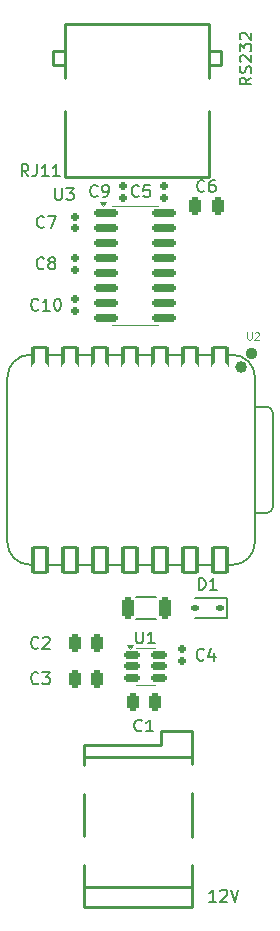
<source format=gbr>
%TF.GenerationSoftware,KiCad,Pcbnew,9.0.3*%
%TF.CreationDate,2025-09-07T17:59:26+02:00*%
%TF.ProjectId,AM03127-Controller,414d3033-3132-4372-9d43-6f6e74726f6c,rev?*%
%TF.SameCoordinates,Original*%
%TF.FileFunction,Legend,Top*%
%TF.FilePolarity,Positive*%
%FSLAX46Y46*%
G04 Gerber Fmt 4.6, Leading zero omitted, Abs format (unit mm)*
G04 Created by KiCad (PCBNEW 9.0.3) date 2025-09-07 17:59:26*
%MOMM*%
%LPD*%
G01*
G04 APERTURE LIST*
G04 Aperture macros list*
%AMRoundRect*
0 Rectangle with rounded corners*
0 $1 Rounding radius*
0 $2 $3 $4 $5 $6 $7 $8 $9 X,Y pos of 4 corners*
0 Add a 4 corners polygon primitive as box body*
4,1,4,$2,$3,$4,$5,$6,$7,$8,$9,$2,$3,0*
0 Add four circle primitives for the rounded corners*
1,1,$1+$1,$2,$3*
1,1,$1+$1,$4,$5*
1,1,$1+$1,$6,$7*
1,1,$1+$1,$8,$9*
0 Add four rect primitives between the rounded corners*
20,1,$1+$1,$2,$3,$4,$5,0*
20,1,$1+$1,$4,$5,$6,$7,0*
20,1,$1+$1,$6,$7,$8,$9,0*
20,1,$1+$1,$8,$9,$2,$3,0*%
G04 Aperture macros list end*
%ADD10C,0.150000*%
%ADD11C,0.101600*%
%ADD12C,0.250000*%
%ADD13C,0.120000*%
%ADD14C,0.127000*%
%ADD15C,0.100000*%
%ADD16C,0.504000*%
%ADD17RoundRect,0.269000X-0.269000X-0.494000X0.269000X-0.494000X0.269000X0.494000X-0.269000X0.494000X0*%
%ADD18RoundRect,0.159000X0.189000X-0.159000X0.189000X0.159000X-0.189000X0.159000X-0.189000X-0.159000X0*%
%ADD19RoundRect,0.269000X0.269000X0.494000X-0.269000X0.494000X-0.269000X-0.494000X0.269000X-0.494000X0*%
%ADD20C,1.900000*%
%ADD21C,1.700000*%
%ADD22R,2.100000X2.000000*%
%ADD23R,2.500000X1.900000*%
%ADD24R,2.000000X2.000000*%
%ADD25RoundRect,0.150000X-0.825000X-0.150000X0.825000X-0.150000X0.825000X0.150000X-0.825000X0.150000X0*%
%ADD26RoundRect,0.131500X0.206500X0.131500X-0.206500X0.131500X-0.206500X-0.131500X0.206500X-0.131500X0*%
%ADD27RoundRect,0.159000X-0.189000X0.159000X-0.189000X-0.159000X0.189000X-0.159000X0.189000X0.159000X0*%
%ADD28RoundRect,0.250000X0.275000X0.700000X-0.275000X0.700000X-0.275000X-0.700000X0.275000X-0.700000X0*%
%ADD29RoundRect,0.150000X-0.512500X-0.150000X0.512500X-0.150000X0.512500X0.150000X-0.512500X0.150000X0*%
%ADD30RoundRect,0.152400X0.609600X-1.063600X0.609600X1.063600X-0.609600X1.063600X-0.609600X-1.063600X0*%
%ADD31C,1.524000*%
%ADD32RoundRect,0.152400X-0.609600X1.063600X-0.609600X-1.063600X0.609600X-1.063600X0.609600X1.063600X0*%
%ADD33C,2.300000*%
%ADD34R,1.500000X1.500000*%
%ADD35C,1.500000*%
G04 APERTURE END LIST*
D10*
X144869819Y-73091792D02*
X144393628Y-73425125D01*
X144869819Y-73663220D02*
X143869819Y-73663220D01*
X143869819Y-73663220D02*
X143869819Y-73282268D01*
X143869819Y-73282268D02*
X143917438Y-73187030D01*
X143917438Y-73187030D02*
X143965057Y-73139411D01*
X143965057Y-73139411D02*
X144060295Y-73091792D01*
X144060295Y-73091792D02*
X144203152Y-73091792D01*
X144203152Y-73091792D02*
X144298390Y-73139411D01*
X144298390Y-73139411D02*
X144346009Y-73187030D01*
X144346009Y-73187030D02*
X144393628Y-73282268D01*
X144393628Y-73282268D02*
X144393628Y-73663220D01*
X144822200Y-72710839D02*
X144869819Y-72567982D01*
X144869819Y-72567982D02*
X144869819Y-72329887D01*
X144869819Y-72329887D02*
X144822200Y-72234649D01*
X144822200Y-72234649D02*
X144774580Y-72187030D01*
X144774580Y-72187030D02*
X144679342Y-72139411D01*
X144679342Y-72139411D02*
X144584104Y-72139411D01*
X144584104Y-72139411D02*
X144488866Y-72187030D01*
X144488866Y-72187030D02*
X144441247Y-72234649D01*
X144441247Y-72234649D02*
X144393628Y-72329887D01*
X144393628Y-72329887D02*
X144346009Y-72520363D01*
X144346009Y-72520363D02*
X144298390Y-72615601D01*
X144298390Y-72615601D02*
X144250771Y-72663220D01*
X144250771Y-72663220D02*
X144155533Y-72710839D01*
X144155533Y-72710839D02*
X144060295Y-72710839D01*
X144060295Y-72710839D02*
X143965057Y-72663220D01*
X143965057Y-72663220D02*
X143917438Y-72615601D01*
X143917438Y-72615601D02*
X143869819Y-72520363D01*
X143869819Y-72520363D02*
X143869819Y-72282268D01*
X143869819Y-72282268D02*
X143917438Y-72139411D01*
X143965057Y-71758458D02*
X143917438Y-71710839D01*
X143917438Y-71710839D02*
X143869819Y-71615601D01*
X143869819Y-71615601D02*
X143869819Y-71377506D01*
X143869819Y-71377506D02*
X143917438Y-71282268D01*
X143917438Y-71282268D02*
X143965057Y-71234649D01*
X143965057Y-71234649D02*
X144060295Y-71187030D01*
X144060295Y-71187030D02*
X144155533Y-71187030D01*
X144155533Y-71187030D02*
X144298390Y-71234649D01*
X144298390Y-71234649D02*
X144869819Y-71806077D01*
X144869819Y-71806077D02*
X144869819Y-71187030D01*
X143869819Y-70853696D02*
X143869819Y-70234649D01*
X143869819Y-70234649D02*
X144250771Y-70567982D01*
X144250771Y-70567982D02*
X144250771Y-70425125D01*
X144250771Y-70425125D02*
X144298390Y-70329887D01*
X144298390Y-70329887D02*
X144346009Y-70282268D01*
X144346009Y-70282268D02*
X144441247Y-70234649D01*
X144441247Y-70234649D02*
X144679342Y-70234649D01*
X144679342Y-70234649D02*
X144774580Y-70282268D01*
X144774580Y-70282268D02*
X144822200Y-70329887D01*
X144822200Y-70329887D02*
X144869819Y-70425125D01*
X144869819Y-70425125D02*
X144869819Y-70710839D01*
X144869819Y-70710839D02*
X144822200Y-70806077D01*
X144822200Y-70806077D02*
X144774580Y-70853696D01*
X143965057Y-69853696D02*
X143917438Y-69806077D01*
X143917438Y-69806077D02*
X143869819Y-69710839D01*
X143869819Y-69710839D02*
X143869819Y-69472744D01*
X143869819Y-69472744D02*
X143917438Y-69377506D01*
X143917438Y-69377506D02*
X143965057Y-69329887D01*
X143965057Y-69329887D02*
X144060295Y-69282268D01*
X144060295Y-69282268D02*
X144155533Y-69282268D01*
X144155533Y-69282268D02*
X144298390Y-69329887D01*
X144298390Y-69329887D02*
X144869819Y-69901315D01*
X144869819Y-69901315D02*
X144869819Y-69282268D01*
X141860588Y-142869819D02*
X141289160Y-142869819D01*
X141574874Y-142869819D02*
X141574874Y-141869819D01*
X141574874Y-141869819D02*
X141479636Y-142012676D01*
X141479636Y-142012676D02*
X141384398Y-142107914D01*
X141384398Y-142107914D02*
X141289160Y-142155533D01*
X142241541Y-141965057D02*
X142289160Y-141917438D01*
X142289160Y-141917438D02*
X142384398Y-141869819D01*
X142384398Y-141869819D02*
X142622493Y-141869819D01*
X142622493Y-141869819D02*
X142717731Y-141917438D01*
X142717731Y-141917438D02*
X142765350Y-141965057D01*
X142765350Y-141965057D02*
X142812969Y-142060295D01*
X142812969Y-142060295D02*
X142812969Y-142155533D01*
X142812969Y-142155533D02*
X142765350Y-142298390D01*
X142765350Y-142298390D02*
X142193922Y-142869819D01*
X142193922Y-142869819D02*
X142812969Y-142869819D01*
X143098684Y-141869819D02*
X143432017Y-142869819D01*
X143432017Y-142869819D02*
X143765350Y-141869819D01*
X140883333Y-82679580D02*
X140835714Y-82727200D01*
X140835714Y-82727200D02*
X140692857Y-82774819D01*
X140692857Y-82774819D02*
X140597619Y-82774819D01*
X140597619Y-82774819D02*
X140454762Y-82727200D01*
X140454762Y-82727200D02*
X140359524Y-82631961D01*
X140359524Y-82631961D02*
X140311905Y-82536723D01*
X140311905Y-82536723D02*
X140264286Y-82346247D01*
X140264286Y-82346247D02*
X140264286Y-82203390D01*
X140264286Y-82203390D02*
X140311905Y-82012914D01*
X140311905Y-82012914D02*
X140359524Y-81917676D01*
X140359524Y-81917676D02*
X140454762Y-81822438D01*
X140454762Y-81822438D02*
X140597619Y-81774819D01*
X140597619Y-81774819D02*
X140692857Y-81774819D01*
X140692857Y-81774819D02*
X140835714Y-81822438D01*
X140835714Y-81822438D02*
X140883333Y-81870057D01*
X141740476Y-81774819D02*
X141550000Y-81774819D01*
X141550000Y-81774819D02*
X141454762Y-81822438D01*
X141454762Y-81822438D02*
X141407143Y-81870057D01*
X141407143Y-81870057D02*
X141311905Y-82012914D01*
X141311905Y-82012914D02*
X141264286Y-82203390D01*
X141264286Y-82203390D02*
X141264286Y-82584342D01*
X141264286Y-82584342D02*
X141311905Y-82679580D01*
X141311905Y-82679580D02*
X141359524Y-82727200D01*
X141359524Y-82727200D02*
X141454762Y-82774819D01*
X141454762Y-82774819D02*
X141645238Y-82774819D01*
X141645238Y-82774819D02*
X141740476Y-82727200D01*
X141740476Y-82727200D02*
X141788095Y-82679580D01*
X141788095Y-82679580D02*
X141835714Y-82584342D01*
X141835714Y-82584342D02*
X141835714Y-82346247D01*
X141835714Y-82346247D02*
X141788095Y-82251009D01*
X141788095Y-82251009D02*
X141740476Y-82203390D01*
X141740476Y-82203390D02*
X141645238Y-82155771D01*
X141645238Y-82155771D02*
X141454762Y-82155771D01*
X141454762Y-82155771D02*
X141359524Y-82203390D01*
X141359524Y-82203390D02*
X141311905Y-82251009D01*
X141311905Y-82251009D02*
X141264286Y-82346247D01*
X135583333Y-128359580D02*
X135535714Y-128407200D01*
X135535714Y-128407200D02*
X135392857Y-128454819D01*
X135392857Y-128454819D02*
X135297619Y-128454819D01*
X135297619Y-128454819D02*
X135154762Y-128407200D01*
X135154762Y-128407200D02*
X135059524Y-128311961D01*
X135059524Y-128311961D02*
X135011905Y-128216723D01*
X135011905Y-128216723D02*
X134964286Y-128026247D01*
X134964286Y-128026247D02*
X134964286Y-127883390D01*
X134964286Y-127883390D02*
X135011905Y-127692914D01*
X135011905Y-127692914D02*
X135059524Y-127597676D01*
X135059524Y-127597676D02*
X135154762Y-127502438D01*
X135154762Y-127502438D02*
X135297619Y-127454819D01*
X135297619Y-127454819D02*
X135392857Y-127454819D01*
X135392857Y-127454819D02*
X135535714Y-127502438D01*
X135535714Y-127502438D02*
X135583333Y-127550057D01*
X136535714Y-128454819D02*
X135964286Y-128454819D01*
X136250000Y-128454819D02*
X136250000Y-127454819D01*
X136250000Y-127454819D02*
X136154762Y-127597676D01*
X136154762Y-127597676D02*
X136059524Y-127692914D01*
X136059524Y-127692914D02*
X135964286Y-127740533D01*
X131833333Y-83109580D02*
X131785714Y-83157200D01*
X131785714Y-83157200D02*
X131642857Y-83204819D01*
X131642857Y-83204819D02*
X131547619Y-83204819D01*
X131547619Y-83204819D02*
X131404762Y-83157200D01*
X131404762Y-83157200D02*
X131309524Y-83061961D01*
X131309524Y-83061961D02*
X131261905Y-82966723D01*
X131261905Y-82966723D02*
X131214286Y-82776247D01*
X131214286Y-82776247D02*
X131214286Y-82633390D01*
X131214286Y-82633390D02*
X131261905Y-82442914D01*
X131261905Y-82442914D02*
X131309524Y-82347676D01*
X131309524Y-82347676D02*
X131404762Y-82252438D01*
X131404762Y-82252438D02*
X131547619Y-82204819D01*
X131547619Y-82204819D02*
X131642857Y-82204819D01*
X131642857Y-82204819D02*
X131785714Y-82252438D01*
X131785714Y-82252438D02*
X131833333Y-82300057D01*
X132309524Y-83204819D02*
X132500000Y-83204819D01*
X132500000Y-83204819D02*
X132595238Y-83157200D01*
X132595238Y-83157200D02*
X132642857Y-83109580D01*
X132642857Y-83109580D02*
X132738095Y-82966723D01*
X132738095Y-82966723D02*
X132785714Y-82776247D01*
X132785714Y-82776247D02*
X132785714Y-82395295D01*
X132785714Y-82395295D02*
X132738095Y-82300057D01*
X132738095Y-82300057D02*
X132690476Y-82252438D01*
X132690476Y-82252438D02*
X132595238Y-82204819D01*
X132595238Y-82204819D02*
X132404762Y-82204819D01*
X132404762Y-82204819D02*
X132309524Y-82252438D01*
X132309524Y-82252438D02*
X132261905Y-82300057D01*
X132261905Y-82300057D02*
X132214286Y-82395295D01*
X132214286Y-82395295D02*
X132214286Y-82633390D01*
X132214286Y-82633390D02*
X132261905Y-82728628D01*
X132261905Y-82728628D02*
X132309524Y-82776247D01*
X132309524Y-82776247D02*
X132404762Y-82823866D01*
X132404762Y-82823866D02*
X132595238Y-82823866D01*
X132595238Y-82823866D02*
X132690476Y-82776247D01*
X132690476Y-82776247D02*
X132738095Y-82728628D01*
X132738095Y-82728628D02*
X132785714Y-82633390D01*
X126833333Y-121359580D02*
X126785714Y-121407200D01*
X126785714Y-121407200D02*
X126642857Y-121454819D01*
X126642857Y-121454819D02*
X126547619Y-121454819D01*
X126547619Y-121454819D02*
X126404762Y-121407200D01*
X126404762Y-121407200D02*
X126309524Y-121311961D01*
X126309524Y-121311961D02*
X126261905Y-121216723D01*
X126261905Y-121216723D02*
X126214286Y-121026247D01*
X126214286Y-121026247D02*
X126214286Y-120883390D01*
X126214286Y-120883390D02*
X126261905Y-120692914D01*
X126261905Y-120692914D02*
X126309524Y-120597676D01*
X126309524Y-120597676D02*
X126404762Y-120502438D01*
X126404762Y-120502438D02*
X126547619Y-120454819D01*
X126547619Y-120454819D02*
X126642857Y-120454819D01*
X126642857Y-120454819D02*
X126785714Y-120502438D01*
X126785714Y-120502438D02*
X126833333Y-120550057D01*
X127214286Y-120550057D02*
X127261905Y-120502438D01*
X127261905Y-120502438D02*
X127357143Y-120454819D01*
X127357143Y-120454819D02*
X127595238Y-120454819D01*
X127595238Y-120454819D02*
X127690476Y-120502438D01*
X127690476Y-120502438D02*
X127738095Y-120550057D01*
X127738095Y-120550057D02*
X127785714Y-120645295D01*
X127785714Y-120645295D02*
X127785714Y-120740533D01*
X127785714Y-120740533D02*
X127738095Y-120883390D01*
X127738095Y-120883390D02*
X127166667Y-121454819D01*
X127166667Y-121454819D02*
X127785714Y-121454819D01*
X128238095Y-82454819D02*
X128238095Y-83264342D01*
X128238095Y-83264342D02*
X128285714Y-83359580D01*
X128285714Y-83359580D02*
X128333333Y-83407200D01*
X128333333Y-83407200D02*
X128428571Y-83454819D01*
X128428571Y-83454819D02*
X128619047Y-83454819D01*
X128619047Y-83454819D02*
X128714285Y-83407200D01*
X128714285Y-83407200D02*
X128761904Y-83359580D01*
X128761904Y-83359580D02*
X128809523Y-83264342D01*
X128809523Y-83264342D02*
X128809523Y-82454819D01*
X129190476Y-82454819D02*
X129809523Y-82454819D01*
X129809523Y-82454819D02*
X129476190Y-82835771D01*
X129476190Y-82835771D02*
X129619047Y-82835771D01*
X129619047Y-82835771D02*
X129714285Y-82883390D01*
X129714285Y-82883390D02*
X129761904Y-82931009D01*
X129761904Y-82931009D02*
X129809523Y-83026247D01*
X129809523Y-83026247D02*
X129809523Y-83264342D01*
X129809523Y-83264342D02*
X129761904Y-83359580D01*
X129761904Y-83359580D02*
X129714285Y-83407200D01*
X129714285Y-83407200D02*
X129619047Y-83454819D01*
X129619047Y-83454819D02*
X129333333Y-83454819D01*
X129333333Y-83454819D02*
X129238095Y-83407200D01*
X129238095Y-83407200D02*
X129190476Y-83359580D01*
X140411905Y-116454819D02*
X140411905Y-115454819D01*
X140411905Y-115454819D02*
X140650000Y-115454819D01*
X140650000Y-115454819D02*
X140792857Y-115502438D01*
X140792857Y-115502438D02*
X140888095Y-115597676D01*
X140888095Y-115597676D02*
X140935714Y-115692914D01*
X140935714Y-115692914D02*
X140983333Y-115883390D01*
X140983333Y-115883390D02*
X140983333Y-116026247D01*
X140983333Y-116026247D02*
X140935714Y-116216723D01*
X140935714Y-116216723D02*
X140888095Y-116311961D01*
X140888095Y-116311961D02*
X140792857Y-116407200D01*
X140792857Y-116407200D02*
X140650000Y-116454819D01*
X140650000Y-116454819D02*
X140411905Y-116454819D01*
X141935714Y-116454819D02*
X141364286Y-116454819D01*
X141650000Y-116454819D02*
X141650000Y-115454819D01*
X141650000Y-115454819D02*
X141554762Y-115597676D01*
X141554762Y-115597676D02*
X141459524Y-115692914D01*
X141459524Y-115692914D02*
X141364286Y-115740533D01*
X126833333Y-124359580D02*
X126785714Y-124407200D01*
X126785714Y-124407200D02*
X126642857Y-124454819D01*
X126642857Y-124454819D02*
X126547619Y-124454819D01*
X126547619Y-124454819D02*
X126404762Y-124407200D01*
X126404762Y-124407200D02*
X126309524Y-124311961D01*
X126309524Y-124311961D02*
X126261905Y-124216723D01*
X126261905Y-124216723D02*
X126214286Y-124026247D01*
X126214286Y-124026247D02*
X126214286Y-123883390D01*
X126214286Y-123883390D02*
X126261905Y-123692914D01*
X126261905Y-123692914D02*
X126309524Y-123597676D01*
X126309524Y-123597676D02*
X126404762Y-123502438D01*
X126404762Y-123502438D02*
X126547619Y-123454819D01*
X126547619Y-123454819D02*
X126642857Y-123454819D01*
X126642857Y-123454819D02*
X126785714Y-123502438D01*
X126785714Y-123502438D02*
X126833333Y-123550057D01*
X127166667Y-123454819D02*
X127785714Y-123454819D01*
X127785714Y-123454819D02*
X127452381Y-123835771D01*
X127452381Y-123835771D02*
X127595238Y-123835771D01*
X127595238Y-123835771D02*
X127690476Y-123883390D01*
X127690476Y-123883390D02*
X127738095Y-123931009D01*
X127738095Y-123931009D02*
X127785714Y-124026247D01*
X127785714Y-124026247D02*
X127785714Y-124264342D01*
X127785714Y-124264342D02*
X127738095Y-124359580D01*
X127738095Y-124359580D02*
X127690476Y-124407200D01*
X127690476Y-124407200D02*
X127595238Y-124454819D01*
X127595238Y-124454819D02*
X127309524Y-124454819D01*
X127309524Y-124454819D02*
X127214286Y-124407200D01*
X127214286Y-124407200D02*
X127166667Y-124359580D01*
X140833333Y-122359580D02*
X140785714Y-122407200D01*
X140785714Y-122407200D02*
X140642857Y-122454819D01*
X140642857Y-122454819D02*
X140547619Y-122454819D01*
X140547619Y-122454819D02*
X140404762Y-122407200D01*
X140404762Y-122407200D02*
X140309524Y-122311961D01*
X140309524Y-122311961D02*
X140261905Y-122216723D01*
X140261905Y-122216723D02*
X140214286Y-122026247D01*
X140214286Y-122026247D02*
X140214286Y-121883390D01*
X140214286Y-121883390D02*
X140261905Y-121692914D01*
X140261905Y-121692914D02*
X140309524Y-121597676D01*
X140309524Y-121597676D02*
X140404762Y-121502438D01*
X140404762Y-121502438D02*
X140547619Y-121454819D01*
X140547619Y-121454819D02*
X140642857Y-121454819D01*
X140642857Y-121454819D02*
X140785714Y-121502438D01*
X140785714Y-121502438D02*
X140833333Y-121550057D01*
X141690476Y-121788152D02*
X141690476Y-122454819D01*
X141452381Y-121407200D02*
X141214286Y-122121485D01*
X141214286Y-122121485D02*
X141833333Y-122121485D01*
X126818942Y-92724580D02*
X126771323Y-92772200D01*
X126771323Y-92772200D02*
X126628466Y-92819819D01*
X126628466Y-92819819D02*
X126533228Y-92819819D01*
X126533228Y-92819819D02*
X126390371Y-92772200D01*
X126390371Y-92772200D02*
X126295133Y-92676961D01*
X126295133Y-92676961D02*
X126247514Y-92581723D01*
X126247514Y-92581723D02*
X126199895Y-92391247D01*
X126199895Y-92391247D02*
X126199895Y-92248390D01*
X126199895Y-92248390D02*
X126247514Y-92057914D01*
X126247514Y-92057914D02*
X126295133Y-91962676D01*
X126295133Y-91962676D02*
X126390371Y-91867438D01*
X126390371Y-91867438D02*
X126533228Y-91819819D01*
X126533228Y-91819819D02*
X126628466Y-91819819D01*
X126628466Y-91819819D02*
X126771323Y-91867438D01*
X126771323Y-91867438D02*
X126818942Y-91915057D01*
X127771323Y-92819819D02*
X127199895Y-92819819D01*
X127485609Y-92819819D02*
X127485609Y-91819819D01*
X127485609Y-91819819D02*
X127390371Y-91962676D01*
X127390371Y-91962676D02*
X127295133Y-92057914D01*
X127295133Y-92057914D02*
X127199895Y-92105533D01*
X128390371Y-91819819D02*
X128485609Y-91819819D01*
X128485609Y-91819819D02*
X128580847Y-91867438D01*
X128580847Y-91867438D02*
X128628466Y-91915057D01*
X128628466Y-91915057D02*
X128676085Y-92010295D01*
X128676085Y-92010295D02*
X128723704Y-92200771D01*
X128723704Y-92200771D02*
X128723704Y-92438866D01*
X128723704Y-92438866D02*
X128676085Y-92629342D01*
X128676085Y-92629342D02*
X128628466Y-92724580D01*
X128628466Y-92724580D02*
X128580847Y-92772200D01*
X128580847Y-92772200D02*
X128485609Y-92819819D01*
X128485609Y-92819819D02*
X128390371Y-92819819D01*
X128390371Y-92819819D02*
X128295133Y-92772200D01*
X128295133Y-92772200D02*
X128247514Y-92724580D01*
X128247514Y-92724580D02*
X128199895Y-92629342D01*
X128199895Y-92629342D02*
X128152276Y-92438866D01*
X128152276Y-92438866D02*
X128152276Y-92200771D01*
X128152276Y-92200771D02*
X128199895Y-92010295D01*
X128199895Y-92010295D02*
X128247514Y-91915057D01*
X128247514Y-91915057D02*
X128295133Y-91867438D01*
X128295133Y-91867438D02*
X128390371Y-91819819D01*
X135100595Y-120004819D02*
X135100595Y-120814342D01*
X135100595Y-120814342D02*
X135148214Y-120909580D01*
X135148214Y-120909580D02*
X135195833Y-120957200D01*
X135195833Y-120957200D02*
X135291071Y-121004819D01*
X135291071Y-121004819D02*
X135481547Y-121004819D01*
X135481547Y-121004819D02*
X135576785Y-120957200D01*
X135576785Y-120957200D02*
X135624404Y-120909580D01*
X135624404Y-120909580D02*
X135672023Y-120814342D01*
X135672023Y-120814342D02*
X135672023Y-120004819D01*
X136672023Y-121004819D02*
X136100595Y-121004819D01*
X136386309Y-121004819D02*
X136386309Y-120004819D01*
X136386309Y-120004819D02*
X136291071Y-120147676D01*
X136291071Y-120147676D02*
X136195833Y-120242914D01*
X136195833Y-120242914D02*
X136100595Y-120290533D01*
X127295133Y-85724580D02*
X127247514Y-85772200D01*
X127247514Y-85772200D02*
X127104657Y-85819819D01*
X127104657Y-85819819D02*
X127009419Y-85819819D01*
X127009419Y-85819819D02*
X126866562Y-85772200D01*
X126866562Y-85772200D02*
X126771324Y-85676961D01*
X126771324Y-85676961D02*
X126723705Y-85581723D01*
X126723705Y-85581723D02*
X126676086Y-85391247D01*
X126676086Y-85391247D02*
X126676086Y-85248390D01*
X126676086Y-85248390D02*
X126723705Y-85057914D01*
X126723705Y-85057914D02*
X126771324Y-84962676D01*
X126771324Y-84962676D02*
X126866562Y-84867438D01*
X126866562Y-84867438D02*
X127009419Y-84819819D01*
X127009419Y-84819819D02*
X127104657Y-84819819D01*
X127104657Y-84819819D02*
X127247514Y-84867438D01*
X127247514Y-84867438D02*
X127295133Y-84915057D01*
X127628467Y-84819819D02*
X128295133Y-84819819D01*
X128295133Y-84819819D02*
X127866562Y-85819819D01*
D11*
X144516190Y-94653479D02*
X144516190Y-95167526D01*
X144516190Y-95167526D02*
X144546428Y-95228002D01*
X144546428Y-95228002D02*
X144576666Y-95258241D01*
X144576666Y-95258241D02*
X144637142Y-95288479D01*
X144637142Y-95288479D02*
X144758095Y-95288479D01*
X144758095Y-95288479D02*
X144818571Y-95258241D01*
X144818571Y-95258241D02*
X144848809Y-95228002D01*
X144848809Y-95228002D02*
X144879047Y-95167526D01*
X144879047Y-95167526D02*
X144879047Y-94653479D01*
X145151190Y-94713955D02*
X145181428Y-94683717D01*
X145181428Y-94683717D02*
X145241904Y-94653479D01*
X145241904Y-94653479D02*
X145393095Y-94653479D01*
X145393095Y-94653479D02*
X145453571Y-94683717D01*
X145453571Y-94683717D02*
X145483809Y-94713955D01*
X145483809Y-94713955D02*
X145514047Y-94774431D01*
X145514047Y-94774431D02*
X145514047Y-94834907D01*
X145514047Y-94834907D02*
X145483809Y-94925621D01*
X145483809Y-94925621D02*
X145120952Y-95288479D01*
X145120952Y-95288479D02*
X145514047Y-95288479D01*
D10*
X127295133Y-89224580D02*
X127247514Y-89272200D01*
X127247514Y-89272200D02*
X127104657Y-89319819D01*
X127104657Y-89319819D02*
X127009419Y-89319819D01*
X127009419Y-89319819D02*
X126866562Y-89272200D01*
X126866562Y-89272200D02*
X126771324Y-89176961D01*
X126771324Y-89176961D02*
X126723705Y-89081723D01*
X126723705Y-89081723D02*
X126676086Y-88891247D01*
X126676086Y-88891247D02*
X126676086Y-88748390D01*
X126676086Y-88748390D02*
X126723705Y-88557914D01*
X126723705Y-88557914D02*
X126771324Y-88462676D01*
X126771324Y-88462676D02*
X126866562Y-88367438D01*
X126866562Y-88367438D02*
X127009419Y-88319819D01*
X127009419Y-88319819D02*
X127104657Y-88319819D01*
X127104657Y-88319819D02*
X127247514Y-88367438D01*
X127247514Y-88367438D02*
X127295133Y-88415057D01*
X127866562Y-88748390D02*
X127771324Y-88700771D01*
X127771324Y-88700771D02*
X127723705Y-88653152D01*
X127723705Y-88653152D02*
X127676086Y-88557914D01*
X127676086Y-88557914D02*
X127676086Y-88510295D01*
X127676086Y-88510295D02*
X127723705Y-88415057D01*
X127723705Y-88415057D02*
X127771324Y-88367438D01*
X127771324Y-88367438D02*
X127866562Y-88319819D01*
X127866562Y-88319819D02*
X128057038Y-88319819D01*
X128057038Y-88319819D02*
X128152276Y-88367438D01*
X128152276Y-88367438D02*
X128199895Y-88415057D01*
X128199895Y-88415057D02*
X128247514Y-88510295D01*
X128247514Y-88510295D02*
X128247514Y-88557914D01*
X128247514Y-88557914D02*
X128199895Y-88653152D01*
X128199895Y-88653152D02*
X128152276Y-88700771D01*
X128152276Y-88700771D02*
X128057038Y-88748390D01*
X128057038Y-88748390D02*
X127866562Y-88748390D01*
X127866562Y-88748390D02*
X127771324Y-88796009D01*
X127771324Y-88796009D02*
X127723705Y-88843628D01*
X127723705Y-88843628D02*
X127676086Y-88938866D01*
X127676086Y-88938866D02*
X127676086Y-89129342D01*
X127676086Y-89129342D02*
X127723705Y-89224580D01*
X127723705Y-89224580D02*
X127771324Y-89272200D01*
X127771324Y-89272200D02*
X127866562Y-89319819D01*
X127866562Y-89319819D02*
X128057038Y-89319819D01*
X128057038Y-89319819D02*
X128152276Y-89272200D01*
X128152276Y-89272200D02*
X128199895Y-89224580D01*
X128199895Y-89224580D02*
X128247514Y-89129342D01*
X128247514Y-89129342D02*
X128247514Y-88938866D01*
X128247514Y-88938866D02*
X128199895Y-88843628D01*
X128199895Y-88843628D02*
X128152276Y-88796009D01*
X128152276Y-88796009D02*
X128057038Y-88748390D01*
X135333333Y-83109580D02*
X135285714Y-83157200D01*
X135285714Y-83157200D02*
X135142857Y-83204819D01*
X135142857Y-83204819D02*
X135047619Y-83204819D01*
X135047619Y-83204819D02*
X134904762Y-83157200D01*
X134904762Y-83157200D02*
X134809524Y-83061961D01*
X134809524Y-83061961D02*
X134761905Y-82966723D01*
X134761905Y-82966723D02*
X134714286Y-82776247D01*
X134714286Y-82776247D02*
X134714286Y-82633390D01*
X134714286Y-82633390D02*
X134761905Y-82442914D01*
X134761905Y-82442914D02*
X134809524Y-82347676D01*
X134809524Y-82347676D02*
X134904762Y-82252438D01*
X134904762Y-82252438D02*
X135047619Y-82204819D01*
X135047619Y-82204819D02*
X135142857Y-82204819D01*
X135142857Y-82204819D02*
X135285714Y-82252438D01*
X135285714Y-82252438D02*
X135333333Y-82300057D01*
X136238095Y-82204819D02*
X135761905Y-82204819D01*
X135761905Y-82204819D02*
X135714286Y-82681009D01*
X135714286Y-82681009D02*
X135761905Y-82633390D01*
X135761905Y-82633390D02*
X135857143Y-82585771D01*
X135857143Y-82585771D02*
X136095238Y-82585771D01*
X136095238Y-82585771D02*
X136190476Y-82633390D01*
X136190476Y-82633390D02*
X136238095Y-82681009D01*
X136238095Y-82681009D02*
X136285714Y-82776247D01*
X136285714Y-82776247D02*
X136285714Y-83014342D01*
X136285714Y-83014342D02*
X136238095Y-83109580D01*
X136238095Y-83109580D02*
X136190476Y-83157200D01*
X136190476Y-83157200D02*
X136095238Y-83204819D01*
X136095238Y-83204819D02*
X135857143Y-83204819D01*
X135857143Y-83204819D02*
X135761905Y-83157200D01*
X135761905Y-83157200D02*
X135714286Y-83109580D01*
X125976190Y-81454819D02*
X125642857Y-80978628D01*
X125404762Y-81454819D02*
X125404762Y-80454819D01*
X125404762Y-80454819D02*
X125785714Y-80454819D01*
X125785714Y-80454819D02*
X125880952Y-80502438D01*
X125880952Y-80502438D02*
X125928571Y-80550057D01*
X125928571Y-80550057D02*
X125976190Y-80645295D01*
X125976190Y-80645295D02*
X125976190Y-80788152D01*
X125976190Y-80788152D02*
X125928571Y-80883390D01*
X125928571Y-80883390D02*
X125880952Y-80931009D01*
X125880952Y-80931009D02*
X125785714Y-80978628D01*
X125785714Y-80978628D02*
X125404762Y-80978628D01*
X126690476Y-80454819D02*
X126690476Y-81169104D01*
X126690476Y-81169104D02*
X126642857Y-81311961D01*
X126642857Y-81311961D02*
X126547619Y-81407200D01*
X126547619Y-81407200D02*
X126404762Y-81454819D01*
X126404762Y-81454819D02*
X126309524Y-81454819D01*
X127690476Y-81454819D02*
X127119048Y-81454819D01*
X127404762Y-81454819D02*
X127404762Y-80454819D01*
X127404762Y-80454819D02*
X127309524Y-80597676D01*
X127309524Y-80597676D02*
X127214286Y-80692914D01*
X127214286Y-80692914D02*
X127119048Y-80740533D01*
X128642857Y-81454819D02*
X128071429Y-81454819D01*
X128357143Y-81454819D02*
X128357143Y-80454819D01*
X128357143Y-80454819D02*
X128261905Y-80597676D01*
X128261905Y-80597676D02*
X128166667Y-80692914D01*
X128166667Y-80692914D02*
X128071429Y-80740533D01*
D12*
%TO.C,DC1*%
X130700000Y-129580000D02*
X130700000Y-131320000D01*
X130700000Y-137320000D02*
X130700000Y-133780000D01*
X130700000Y-141620000D02*
X139800000Y-141620000D01*
X130700000Y-143350000D02*
X130700000Y-139780000D01*
X137210000Y-128450000D02*
X137210000Y-129580000D01*
X137210000Y-129580000D02*
X130700000Y-129580000D01*
X139800000Y-128450000D02*
X137210000Y-128450000D01*
X139800000Y-128450000D02*
X139800000Y-131220000D01*
X139800000Y-130630000D02*
X130700000Y-130630000D01*
X139800000Y-133680000D02*
X139800000Y-137370000D01*
X139800000Y-139730000D02*
X139800000Y-143350000D01*
X139800000Y-143350000D02*
X130700000Y-143350000D01*
D13*
%TO.C,U3*%
X135000000Y-83940000D02*
X133050000Y-83940000D01*
X135000000Y-83940000D02*
X136950000Y-83940000D01*
X135000000Y-94060000D02*
X133050000Y-94060000D01*
X135000000Y-94060000D02*
X136950000Y-94060000D01*
X132300000Y-83995000D02*
X132060000Y-83665000D01*
X132540000Y-83665000D01*
X132300000Y-83995000D01*
G36*
X132300000Y-83995000D02*
G01*
X132060000Y-83665000D01*
X132540000Y-83665000D01*
X132300000Y-83995000D01*
G37*
D10*
%TO.C,D1*%
X142760000Y-117150000D02*
X140100000Y-117150000D01*
X142760000Y-118850000D02*
X140100000Y-118850000D01*
X142760000Y-118850000D02*
X142760000Y-117150000D01*
%TO.C,L1*%
X136790000Y-117090000D02*
X135110000Y-117090000D01*
X136790000Y-118910000D02*
X135110000Y-118910000D01*
D13*
%TO.C,U1*%
X135862500Y-121390000D02*
X135062500Y-121390000D01*
X135862500Y-121390000D02*
X136662500Y-121390000D01*
X135862500Y-124510000D02*
X135062500Y-124510000D01*
X135862500Y-124510000D02*
X136662500Y-124510000D01*
X134562500Y-121440000D02*
X134322500Y-121110000D01*
X134802500Y-121110000D01*
X134562500Y-121440000D01*
G36*
X134562500Y-121440000D02*
G01*
X134322500Y-121110000D01*
X134802500Y-121110000D01*
X134562500Y-121440000D01*
G37*
D14*
%TO.C,U2*%
X124206000Y-98470000D02*
X124206000Y-112440000D01*
X126111000Y-96565000D02*
X143256000Y-96565000D01*
X126111000Y-114345000D02*
X143256000Y-114345000D01*
X145161000Y-100960000D02*
X146171272Y-100963728D01*
D15*
X145161000Y-112440000D02*
X145161000Y-98470000D01*
D14*
X145161000Y-112440000D02*
X145161000Y-98470000D01*
X146171000Y-109959000D02*
X145161000Y-109959000D01*
X146671000Y-101463728D02*
X146671000Y-109459000D01*
X124206000Y-98470000D02*
G75*
G02*
X126111000Y-96565000I1905001J-1D01*
G01*
X126111000Y-114345000D02*
G75*
G02*
X124206000Y-112440000I0J1905000D01*
G01*
X143256000Y-96565000D02*
G75*
G02*
X145161000Y-98470000I-1J-1905001D01*
G01*
X145161000Y-112440000D02*
G75*
G02*
X143256000Y-114345000I-1905000J0D01*
G01*
X146171272Y-100963728D02*
G75*
G02*
X146670999Y-101463728I-291J-500018D01*
G01*
X146671000Y-109459000D02*
G75*
G02*
X146171000Y-109959000I-500000J0D01*
G01*
D16*
X144242000Y-97598000D02*
G75*
G02*
X143738000Y-97598000I-252000J0D01*
G01*
X143738000Y-97598000D02*
G75*
G02*
X144242000Y-97598000I252000J0D01*
G01*
X145122000Y-96455000D02*
G75*
G02*
X144618000Y-96455000I-252000J0D01*
G01*
X144618000Y-96455000D02*
G75*
G02*
X145122000Y-96455000I252000J0D01*
G01*
D12*
%TO.C,RJ11*%
X128072500Y-70832500D02*
X128072500Y-72032500D01*
X129072500Y-70832500D02*
X128072500Y-70832500D01*
X129072500Y-72032500D02*
X128072500Y-72032500D01*
X129072500Y-73132500D02*
X129072500Y-68532500D01*
X129072500Y-81532500D02*
X129072500Y-75932500D01*
X141272500Y-68532500D02*
X129072500Y-68532500D01*
X141272500Y-68532500D02*
X141272500Y-73132500D01*
X141272500Y-70832500D02*
X142272500Y-70832500D01*
X141272500Y-72032500D02*
X142272500Y-72032500D01*
X141272500Y-75932500D02*
X141272500Y-81532500D01*
X141272500Y-81532500D02*
X129072500Y-81532500D01*
X142272500Y-72032500D02*
X142272500Y-70832500D01*
%TD*%
%LPC*%
D17*
%TO.C,C6*%
X140100000Y-84000000D03*
X142000000Y-84000000D03*
%TD*%
%TO.C,C1*%
X136700000Y-126000000D03*
X134800000Y-126000000D03*
%TD*%
D18*
%TO.C,C9*%
X134000000Y-82250000D03*
X134000000Y-83250000D03*
%TD*%
D19*
%TO.C,C2*%
X131800000Y-121000000D03*
X129900000Y-121000000D03*
%TD*%
D20*
%TO.C,DC1*%
X135300000Y-134250000D03*
D21*
X135300000Y-138550000D03*
D22*
X129800000Y-132550000D03*
X129800000Y-138550000D03*
D23*
X141000000Y-138550000D03*
D24*
X140750000Y-132450000D03*
%TD*%
D25*
%TO.C,U3*%
X132525000Y-84555000D03*
X132525000Y-85825000D03*
X132525000Y-87095000D03*
X132525000Y-88365000D03*
X132525000Y-89635000D03*
X132525000Y-90905000D03*
X132525000Y-92175000D03*
X132525000Y-93445000D03*
X137475000Y-93445000D03*
X137475000Y-92175000D03*
X137475000Y-90905000D03*
X137475000Y-89635000D03*
X137475000Y-88365000D03*
X137475000Y-87095000D03*
X137475000Y-85825000D03*
X137475000Y-84555000D03*
%TD*%
D26*
%TO.C,D1*%
X142200000Y-118000000D03*
X140100000Y-118000000D03*
%TD*%
D19*
%TO.C,C3*%
X131800000Y-124000000D03*
X129900000Y-124000000D03*
%TD*%
D18*
%TO.C,C4*%
X139000000Y-122500000D03*
X139000000Y-121500000D03*
%TD*%
D27*
%TO.C,C10*%
X129961800Y-91865000D03*
X129961800Y-92865000D03*
%TD*%
D28*
%TO.C,L1*%
X137520000Y-118000000D03*
X134380000Y-118000000D03*
%TD*%
D29*
%TO.C,U1*%
X134725000Y-122000000D03*
X134725000Y-122950000D03*
X134725000Y-123900000D03*
X137000000Y-123900000D03*
X137000000Y-122950000D03*
X137000000Y-122000000D03*
%TD*%
D27*
%TO.C,C7*%
X129961800Y-84865000D03*
X129961800Y-85865000D03*
%TD*%
D30*
%TO.C,U2*%
X142240000Y-97000000D03*
D31*
X142240000Y-97835000D03*
D30*
X139700000Y-97000000D03*
D31*
X139700000Y-97835000D03*
D30*
X137160000Y-97000000D03*
D31*
X137160000Y-97835000D03*
D30*
X134620000Y-97000000D03*
D31*
X134620000Y-97835000D03*
D30*
X132080000Y-97000000D03*
D31*
X132080000Y-97835000D03*
D30*
X129540000Y-97000000D03*
D31*
X129540000Y-97835000D03*
D30*
X127000000Y-97000000D03*
D31*
X127000000Y-97835000D03*
X127000000Y-113075000D03*
D32*
X127000000Y-113910000D03*
D31*
X129540000Y-113075000D03*
D32*
X129540000Y-113910000D03*
D31*
X132080000Y-113075000D03*
D32*
X132080000Y-113910000D03*
D31*
X134620000Y-113075000D03*
D32*
X134620000Y-113910000D03*
D31*
X137160000Y-113075000D03*
D32*
X137160000Y-113910000D03*
D31*
X139700000Y-113075000D03*
D32*
X139700000Y-113910000D03*
D31*
X142240000Y-113075000D03*
D32*
X142240000Y-113910000D03*
%TD*%
D27*
%TO.C,C8*%
X129961800Y-88365000D03*
X129961800Y-89365000D03*
%TD*%
D18*
%TO.C,C5*%
X137500000Y-82250000D03*
X137500000Y-83250000D03*
%TD*%
D33*
%TO.C,RJ11*%
X141172500Y-74532500D03*
X129172500Y-74532500D03*
D34*
X133642500Y-76832500D03*
D35*
X134662500Y-79372500D03*
X135682500Y-76832500D03*
X136702500Y-79372500D03*
%TD*%
%LPD*%
M02*

</source>
